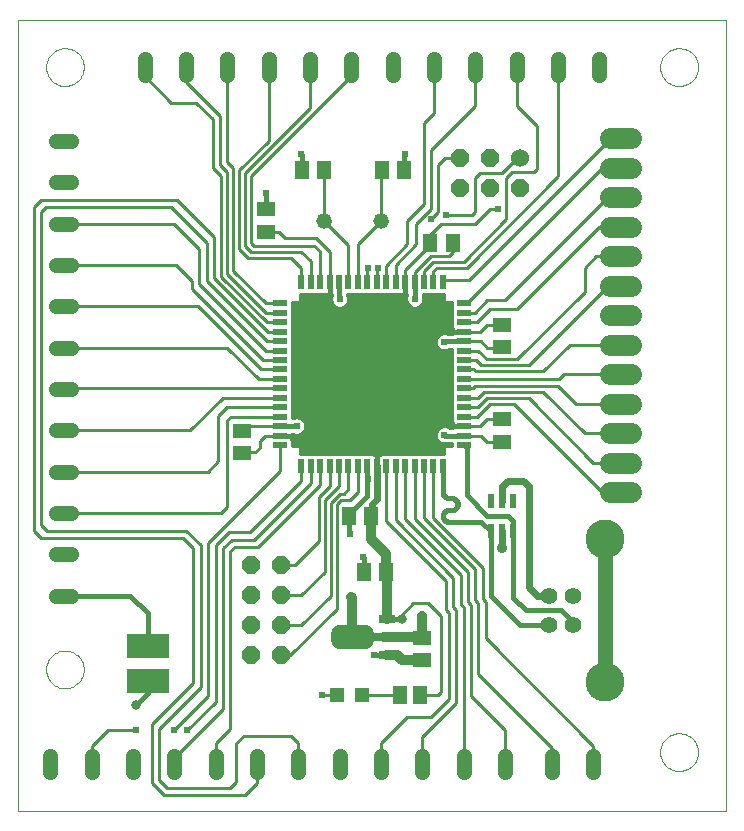
<source format=gtl>
G75*
%MOIN*%
%OFA0B0*%
%FSLAX24Y24*%
%IPPOS*%
%LPD*%
%AMOC8*
5,1,8,0,0,1.08239X$1,22.5*
%
%ADD10C,0.0000*%
%ADD11R,0.0220X0.0470*%
%ADD12R,0.0470X0.0220*%
%ADD13R,0.0551X0.0315*%
%ADD14R,0.0748X0.0315*%
%ADD15C,0.0600*%
%ADD16R,0.0591X0.0512*%
%ADD17R,0.0512X0.0591*%
%ADD18C,0.0520*%
%ADD19R,0.1437X0.0807*%
%ADD20C,0.0515*%
%ADD21C,0.0700*%
%ADD22C,0.0600*%
%ADD23OC8,0.0600*%
%ADD24C,0.0560*%
%ADD25C,0.1300*%
%ADD26R,0.0220X0.0500*%
%ADD27R,0.0472X0.0472*%
%ADD28C,0.0100*%
%ADD29C,0.0320*%
%ADD30C,0.0160*%
%ADD31C,0.0241*%
%ADD32C,0.0317*%
%ADD33C,0.0240*%
%ADD34C,0.0356*%
%ADD35C,0.0500*%
D10*
X000389Y000891D02*
X000389Y027269D01*
X024011Y027269D01*
X024011Y000891D01*
X000389Y000891D01*
X001333Y005615D02*
X001335Y005665D01*
X001341Y005715D01*
X001351Y005764D01*
X001365Y005812D01*
X001382Y005859D01*
X001403Y005904D01*
X001428Y005948D01*
X001456Y005989D01*
X001488Y006028D01*
X001522Y006065D01*
X001559Y006099D01*
X001599Y006129D01*
X001641Y006156D01*
X001685Y006180D01*
X001731Y006201D01*
X001778Y006217D01*
X001826Y006230D01*
X001876Y006239D01*
X001925Y006244D01*
X001976Y006245D01*
X002026Y006242D01*
X002075Y006235D01*
X002124Y006224D01*
X002172Y006209D01*
X002218Y006191D01*
X002263Y006169D01*
X002306Y006143D01*
X002347Y006114D01*
X002386Y006082D01*
X002422Y006047D01*
X002454Y006009D01*
X002484Y005969D01*
X002511Y005926D01*
X002534Y005882D01*
X002553Y005836D01*
X002569Y005788D01*
X002581Y005739D01*
X002589Y005690D01*
X002593Y005640D01*
X002593Y005590D01*
X002589Y005540D01*
X002581Y005491D01*
X002569Y005442D01*
X002553Y005394D01*
X002534Y005348D01*
X002511Y005304D01*
X002484Y005261D01*
X002454Y005221D01*
X002422Y005183D01*
X002386Y005148D01*
X002347Y005116D01*
X002306Y005087D01*
X002263Y005061D01*
X002218Y005039D01*
X002172Y005021D01*
X002124Y005006D01*
X002075Y004995D01*
X002026Y004988D01*
X001976Y004985D01*
X001925Y004986D01*
X001876Y004991D01*
X001826Y005000D01*
X001778Y005013D01*
X001731Y005029D01*
X001685Y005050D01*
X001641Y005074D01*
X001599Y005101D01*
X001559Y005131D01*
X001522Y005165D01*
X001488Y005202D01*
X001456Y005241D01*
X001428Y005282D01*
X001403Y005326D01*
X001382Y005371D01*
X001365Y005418D01*
X001351Y005466D01*
X001341Y005515D01*
X001335Y005565D01*
X001333Y005615D01*
X001333Y025694D02*
X001335Y025744D01*
X001341Y025794D01*
X001351Y025843D01*
X001365Y025891D01*
X001382Y025938D01*
X001403Y025983D01*
X001428Y026027D01*
X001456Y026068D01*
X001488Y026107D01*
X001522Y026144D01*
X001559Y026178D01*
X001599Y026208D01*
X001641Y026235D01*
X001685Y026259D01*
X001731Y026280D01*
X001778Y026296D01*
X001826Y026309D01*
X001876Y026318D01*
X001925Y026323D01*
X001976Y026324D01*
X002026Y026321D01*
X002075Y026314D01*
X002124Y026303D01*
X002172Y026288D01*
X002218Y026270D01*
X002263Y026248D01*
X002306Y026222D01*
X002347Y026193D01*
X002386Y026161D01*
X002422Y026126D01*
X002454Y026088D01*
X002484Y026048D01*
X002511Y026005D01*
X002534Y025961D01*
X002553Y025915D01*
X002569Y025867D01*
X002581Y025818D01*
X002589Y025769D01*
X002593Y025719D01*
X002593Y025669D01*
X002589Y025619D01*
X002581Y025570D01*
X002569Y025521D01*
X002553Y025473D01*
X002534Y025427D01*
X002511Y025383D01*
X002484Y025340D01*
X002454Y025300D01*
X002422Y025262D01*
X002386Y025227D01*
X002347Y025195D01*
X002306Y025166D01*
X002263Y025140D01*
X002218Y025118D01*
X002172Y025100D01*
X002124Y025085D01*
X002075Y025074D01*
X002026Y025067D01*
X001976Y025064D01*
X001925Y025065D01*
X001876Y025070D01*
X001826Y025079D01*
X001778Y025092D01*
X001731Y025108D01*
X001685Y025129D01*
X001641Y025153D01*
X001599Y025180D01*
X001559Y025210D01*
X001522Y025244D01*
X001488Y025281D01*
X001456Y025320D01*
X001428Y025361D01*
X001403Y025405D01*
X001382Y025450D01*
X001365Y025497D01*
X001351Y025545D01*
X001341Y025594D01*
X001335Y025644D01*
X001333Y025694D01*
X021806Y025694D02*
X021808Y025744D01*
X021814Y025794D01*
X021824Y025843D01*
X021838Y025891D01*
X021855Y025938D01*
X021876Y025983D01*
X021901Y026027D01*
X021929Y026068D01*
X021961Y026107D01*
X021995Y026144D01*
X022032Y026178D01*
X022072Y026208D01*
X022114Y026235D01*
X022158Y026259D01*
X022204Y026280D01*
X022251Y026296D01*
X022299Y026309D01*
X022349Y026318D01*
X022398Y026323D01*
X022449Y026324D01*
X022499Y026321D01*
X022548Y026314D01*
X022597Y026303D01*
X022645Y026288D01*
X022691Y026270D01*
X022736Y026248D01*
X022779Y026222D01*
X022820Y026193D01*
X022859Y026161D01*
X022895Y026126D01*
X022927Y026088D01*
X022957Y026048D01*
X022984Y026005D01*
X023007Y025961D01*
X023026Y025915D01*
X023042Y025867D01*
X023054Y025818D01*
X023062Y025769D01*
X023066Y025719D01*
X023066Y025669D01*
X023062Y025619D01*
X023054Y025570D01*
X023042Y025521D01*
X023026Y025473D01*
X023007Y025427D01*
X022984Y025383D01*
X022957Y025340D01*
X022927Y025300D01*
X022895Y025262D01*
X022859Y025227D01*
X022820Y025195D01*
X022779Y025166D01*
X022736Y025140D01*
X022691Y025118D01*
X022645Y025100D01*
X022597Y025085D01*
X022548Y025074D01*
X022499Y025067D01*
X022449Y025064D01*
X022398Y025065D01*
X022349Y025070D01*
X022299Y025079D01*
X022251Y025092D01*
X022204Y025108D01*
X022158Y025129D01*
X022114Y025153D01*
X022072Y025180D01*
X022032Y025210D01*
X021995Y025244D01*
X021961Y025281D01*
X021929Y025320D01*
X021901Y025361D01*
X021876Y025405D01*
X021855Y025450D01*
X021838Y025497D01*
X021824Y025545D01*
X021814Y025594D01*
X021808Y025644D01*
X021806Y025694D01*
X021806Y002859D02*
X021808Y002909D01*
X021814Y002959D01*
X021824Y003008D01*
X021838Y003056D01*
X021855Y003103D01*
X021876Y003148D01*
X021901Y003192D01*
X021929Y003233D01*
X021961Y003272D01*
X021995Y003309D01*
X022032Y003343D01*
X022072Y003373D01*
X022114Y003400D01*
X022158Y003424D01*
X022204Y003445D01*
X022251Y003461D01*
X022299Y003474D01*
X022349Y003483D01*
X022398Y003488D01*
X022449Y003489D01*
X022499Y003486D01*
X022548Y003479D01*
X022597Y003468D01*
X022645Y003453D01*
X022691Y003435D01*
X022736Y003413D01*
X022779Y003387D01*
X022820Y003358D01*
X022859Y003326D01*
X022895Y003291D01*
X022927Y003253D01*
X022957Y003213D01*
X022984Y003170D01*
X023007Y003126D01*
X023026Y003080D01*
X023042Y003032D01*
X023054Y002983D01*
X023062Y002934D01*
X023066Y002884D01*
X023066Y002834D01*
X023062Y002784D01*
X023054Y002735D01*
X023042Y002686D01*
X023026Y002638D01*
X023007Y002592D01*
X022984Y002548D01*
X022957Y002505D01*
X022927Y002465D01*
X022895Y002427D01*
X022859Y002392D01*
X022820Y002360D01*
X022779Y002331D01*
X022736Y002305D01*
X022691Y002283D01*
X022645Y002265D01*
X022597Y002250D01*
X022548Y002239D01*
X022499Y002232D01*
X022449Y002229D01*
X022398Y002230D01*
X022349Y002235D01*
X022299Y002244D01*
X022251Y002257D01*
X022204Y002273D01*
X022158Y002294D01*
X022114Y002318D01*
X022072Y002345D01*
X022032Y002375D01*
X021995Y002409D01*
X021961Y002446D01*
X021929Y002485D01*
X021901Y002526D01*
X021876Y002570D01*
X021855Y002615D01*
X021838Y002662D01*
X021824Y002710D01*
X021814Y002759D01*
X021808Y002809D01*
X021806Y002859D01*
D11*
X014562Y012387D03*
X014247Y012387D03*
X013932Y012387D03*
X013617Y012387D03*
X013302Y012387D03*
X012987Y012387D03*
X012672Y012387D03*
X012357Y012387D03*
X012042Y012387D03*
X011727Y012387D03*
X011412Y012387D03*
X011097Y012387D03*
X010782Y012387D03*
X010467Y012387D03*
X010152Y012387D03*
X009837Y012387D03*
X009837Y018528D03*
X010152Y018528D03*
X010467Y018528D03*
X010782Y018528D03*
X011097Y018528D03*
X011412Y018528D03*
X011727Y018528D03*
X012042Y018528D03*
X012357Y018528D03*
X012672Y018528D03*
X012987Y018528D03*
X013302Y018528D03*
X013617Y018528D03*
X013932Y018528D03*
X014247Y018528D03*
X014562Y018528D03*
D12*
X015270Y017820D03*
X015270Y017505D03*
X015270Y017190D03*
X015270Y016875D03*
X015270Y016560D03*
X015270Y016245D03*
X015270Y015930D03*
X015270Y015615D03*
X015270Y015300D03*
X015270Y014985D03*
X015270Y014670D03*
X015270Y014355D03*
X015270Y014040D03*
X015270Y013725D03*
X015270Y013410D03*
X015270Y013095D03*
X009129Y013095D03*
X009129Y013410D03*
X009129Y013725D03*
X009129Y014040D03*
X009129Y014355D03*
X009129Y014670D03*
X009129Y014985D03*
X009129Y015300D03*
X009129Y015615D03*
X009129Y015930D03*
X009129Y016245D03*
X009129Y016560D03*
X009129Y016875D03*
X009129Y017190D03*
X009129Y017505D03*
X009129Y017820D03*
D13*
X012684Y007288D03*
X012684Y006107D03*
D14*
X012584Y006698D03*
D15*
X011952Y006798D02*
X011952Y006598D01*
X011116Y006598D01*
X011116Y006798D01*
X011952Y006798D01*
D16*
X013873Y006678D03*
X013873Y005930D03*
X007869Y012820D03*
X007869Y013568D03*
X008656Y020202D03*
X008656Y020950D03*
X016530Y017111D03*
X016530Y016363D03*
X016530Y013961D03*
X016530Y013213D03*
D17*
X012672Y008863D03*
X011924Y008863D03*
X012180Y010733D03*
X011432Y010733D03*
X013144Y004778D03*
X013814Y004778D03*
X014139Y019837D03*
X014887Y019837D03*
X013263Y022249D03*
X012515Y022249D03*
X010605Y022249D03*
X009857Y022249D03*
D18*
X010610Y020576D03*
X012510Y020576D03*
D19*
X004719Y006402D03*
X004719Y005221D03*
D20*
X004227Y002723D02*
X004227Y002208D01*
X002849Y002208D02*
X002849Y002723D01*
X001471Y002723D02*
X001471Y002208D01*
X005605Y002208D02*
X005605Y002723D01*
X006983Y002723D02*
X006983Y002208D01*
X008361Y002208D02*
X008361Y002723D01*
X009739Y002723D02*
X009739Y002208D01*
X011117Y002208D02*
X011117Y002723D01*
X012495Y002723D02*
X012495Y002208D01*
X013873Y002208D02*
X013873Y002723D01*
X015251Y002723D02*
X015251Y002208D01*
X016629Y002208D02*
X016629Y002723D01*
X018204Y002723D02*
X018204Y002208D01*
X019581Y002208D02*
X019581Y002723D01*
X002172Y008076D02*
X001657Y008076D01*
X001657Y009454D02*
X002172Y009454D01*
X002172Y010831D02*
X001657Y010831D01*
X001657Y012209D02*
X002172Y012209D01*
X002172Y013587D02*
X001657Y013587D01*
X001657Y014965D02*
X002172Y014965D01*
X002172Y016343D02*
X001657Y016343D01*
X001657Y017721D02*
X002172Y017721D01*
X002172Y019099D02*
X001657Y019099D01*
X001657Y020477D02*
X002172Y020477D01*
X002172Y021855D02*
X001657Y021855D01*
X001657Y023233D02*
X002172Y023233D01*
X004621Y025436D02*
X004621Y025951D01*
X005999Y025951D02*
X005999Y025436D01*
X007377Y025436D02*
X007377Y025951D01*
X008755Y025951D02*
X008755Y025436D01*
X010133Y025436D02*
X010133Y025951D01*
X011511Y025951D02*
X011511Y025436D01*
X012889Y025436D02*
X012889Y025951D01*
X014267Y025951D02*
X014267Y025436D01*
X015644Y025436D02*
X015644Y025951D01*
X017022Y025951D02*
X017022Y025436D01*
X018400Y025436D02*
X018400Y025951D01*
X019778Y025951D02*
X019778Y025436D01*
D21*
X020117Y023331D02*
X020817Y023331D01*
X020817Y022347D02*
X020117Y022347D01*
X020117Y021363D02*
X020817Y021363D01*
X020817Y020379D02*
X020117Y020379D01*
X020117Y019394D02*
X020817Y019394D01*
X020817Y018410D02*
X020117Y018410D01*
X020117Y017426D02*
X020817Y017426D01*
X020817Y016442D02*
X020117Y016442D01*
X020117Y015457D02*
X020817Y015457D01*
X020817Y014473D02*
X020117Y014473D01*
X020117Y013489D02*
X020817Y013489D01*
X020817Y012505D02*
X020117Y012505D01*
X020117Y011520D02*
X020817Y011520D01*
D22*
X017137Y022650D03*
D23*
X017137Y021650D03*
X016137Y021650D03*
X015137Y021650D03*
X015137Y022650D03*
X016137Y022650D03*
X009156Y009083D03*
X009156Y008083D03*
X009156Y007083D03*
X009156Y006083D03*
X008156Y006083D03*
X008156Y007083D03*
X008156Y008083D03*
X008156Y009083D03*
D24*
X018113Y008076D03*
X018893Y008076D03*
X018893Y007091D03*
X018113Y007091D03*
D25*
X019963Y005213D03*
X019963Y009953D03*
D26*
X016900Y010223D03*
X016530Y010223D03*
X016160Y010223D03*
X016160Y011243D03*
X016530Y011243D03*
X016900Y011243D03*
D27*
X011875Y004778D03*
X011048Y004778D03*
D28*
X010526Y004778D01*
X009469Y006083D02*
X009156Y006083D01*
X009469Y006083D02*
X011019Y007633D01*
X011019Y011127D01*
X011166Y011274D01*
X011461Y011274D01*
X011727Y011540D01*
X011727Y012387D01*
X011412Y012387D02*
X011412Y011619D01*
X011265Y011471D01*
X011117Y011471D01*
X010822Y011176D01*
X010822Y008076D01*
X009830Y007083D01*
X009156Y007083D01*
X009156Y008083D02*
X009845Y008083D01*
X010625Y008863D01*
X010625Y011274D01*
X011097Y011747D01*
X011097Y012387D01*
X010782Y012387D02*
X010782Y011727D01*
X010428Y011373D01*
X010428Y009896D01*
X009615Y009083D01*
X009156Y009083D01*
X008410Y009700D02*
X007623Y009700D01*
X007475Y009552D01*
X007475Y003646D01*
X006983Y003154D01*
X006983Y002465D01*
X007672Y001875D02*
X007475Y001678D01*
X005359Y001678D01*
X005113Y001924D01*
X005113Y003646D01*
X006491Y005024D01*
X006491Y009749D01*
X005999Y010241D01*
X001373Y010241D01*
X001176Y010438D01*
X001176Y020871D01*
X001324Y021019D01*
X005507Y021019D01*
X006688Y019837D01*
X006688Y018558D01*
X008686Y016560D01*
X009129Y016560D01*
X009129Y016875D02*
X008715Y016875D01*
X006934Y018656D01*
X006934Y020034D01*
X005704Y021265D01*
X001176Y021265D01*
X000930Y021019D01*
X000930Y010241D01*
X001176Y009995D01*
X005900Y009995D01*
X006245Y009650D01*
X006245Y005172D01*
X004867Y003794D01*
X004867Y001826D01*
X005261Y001432D01*
X007967Y001432D01*
X008361Y001826D01*
X008361Y002465D01*
X007672Y001875D02*
X007672Y003154D01*
X007918Y003400D01*
X009493Y003400D01*
X009739Y003154D01*
X009739Y002465D01*
X011875Y004778D02*
X013144Y004778D01*
X013814Y004778D02*
X014414Y004778D01*
X014513Y004877D01*
X014513Y007387D01*
X014070Y007830D01*
X013578Y007830D01*
X013184Y007436D01*
X013184Y007288D01*
X014660Y007583D02*
X014759Y007485D01*
X014759Y004631D01*
X014168Y004040D01*
X013381Y004040D01*
X012495Y003154D01*
X012495Y002465D01*
X013873Y002465D02*
X013873Y003351D01*
X015005Y004483D01*
X015005Y007583D01*
X014906Y007682D01*
X014906Y008666D01*
X012987Y010585D01*
X012987Y012387D01*
X012672Y012387D02*
X012672Y010556D01*
X014660Y008568D01*
X014660Y007583D01*
X015152Y007780D02*
X015251Y007682D01*
X015251Y002465D01*
X016629Y002465D02*
X016629Y003597D01*
X015497Y004729D01*
X015497Y007780D01*
X015398Y007879D01*
X015398Y008863D01*
X013617Y010644D01*
X013617Y012387D01*
X013932Y012387D02*
X013932Y010674D01*
X015644Y008961D01*
X015644Y007928D01*
X015743Y007830D01*
X015743Y005467D01*
X018204Y003007D01*
X018204Y002465D01*
X019581Y002465D02*
X019581Y003056D01*
X015989Y006648D01*
X015989Y007879D01*
X015891Y007977D01*
X015891Y009011D01*
X014247Y010654D01*
X014247Y012387D01*
X013302Y012387D02*
X013302Y010615D01*
X015152Y008765D01*
X015152Y007780D01*
X019581Y012505D02*
X020467Y012505D01*
X019581Y012505D02*
X017416Y014670D01*
X016038Y014670D01*
X015723Y014355D01*
X015270Y014355D01*
X015270Y014040D02*
X015704Y014040D01*
X016137Y014473D01*
X016924Y014473D01*
X019877Y011520D01*
X020467Y011520D01*
X020467Y013489D02*
X019286Y013489D01*
X017908Y014867D01*
X015940Y014867D01*
X015743Y014670D01*
X015270Y014670D01*
X015270Y014985D02*
X015566Y014985D01*
X015644Y015064D01*
X018400Y015064D01*
X018991Y014473D01*
X020467Y014473D01*
X020467Y015457D02*
X018597Y015457D01*
X018440Y015300D01*
X015270Y015300D01*
X015270Y015615D02*
X015585Y015615D01*
X015644Y015556D01*
X017908Y015556D01*
X018794Y016442D01*
X020467Y016442D01*
X020467Y018410D02*
X020074Y018410D01*
X017416Y015753D01*
X015841Y015753D01*
X015664Y015930D01*
X015270Y015930D01*
X015270Y016245D02*
X015743Y016245D01*
X016038Y015950D01*
X017022Y015950D01*
X019286Y018213D01*
X019286Y019001D01*
X019680Y019394D01*
X020467Y019394D01*
X020467Y020379D02*
X019778Y020379D01*
X017022Y017623D01*
X016137Y017623D01*
X015704Y017190D01*
X015270Y017190D01*
X015270Y017505D02*
X015625Y017505D01*
X016038Y017918D01*
X016629Y017918D01*
X020074Y021363D01*
X020467Y021363D01*
X020467Y022347D02*
X019877Y022347D01*
X015349Y017820D01*
X015448Y018607D02*
X014641Y018607D01*
X014562Y018528D01*
X014247Y018528D02*
X014247Y018883D01*
X014365Y019001D01*
X015349Y019001D01*
X018400Y022052D01*
X018400Y025694D01*
X017022Y025694D02*
X017022Y024414D01*
X017711Y023725D01*
X017711Y022298D01*
X017613Y022200D01*
X016875Y022200D01*
X016678Y022003D01*
X016678Y020625D01*
X015251Y019198D01*
X014217Y019198D01*
X013932Y018912D01*
X013932Y018528D01*
X013627Y018538D02*
X013627Y018853D01*
X014168Y019394D01*
X014759Y019394D01*
X014887Y019522D01*
X014887Y019837D01*
X014513Y020477D02*
X015644Y020477D01*
X016137Y020969D01*
X016383Y020969D01*
X015644Y020871D02*
X015546Y020772D01*
X014660Y020772D01*
X014414Y020871D02*
X014168Y020625D01*
X014168Y020969D02*
X014168Y022938D01*
X015644Y024414D01*
X015644Y025694D01*
X014267Y025694D02*
X014267Y024168D01*
X013922Y023824D01*
X013922Y021117D01*
X013381Y020576D01*
X013381Y019788D01*
X012672Y019080D01*
X012672Y018528D01*
X012987Y018528D02*
X012987Y019099D01*
X013676Y019788D01*
X013676Y020477D01*
X014168Y020969D01*
X014414Y020871D02*
X014414Y022446D01*
X014619Y022650D01*
X015137Y022650D01*
X015644Y022003D02*
X015644Y020871D01*
X015644Y022003D02*
X015792Y022150D01*
X016530Y022150D01*
X017030Y022650D01*
X017137Y022650D01*
X014513Y020477D02*
X014139Y020103D01*
X014139Y019837D01*
X014139Y019759D01*
X013302Y018922D01*
X013302Y018528D01*
X013617Y018528D02*
X013627Y018538D01*
X012396Y019001D02*
X012357Y018961D01*
X012357Y018528D01*
X012042Y018528D02*
X012042Y018991D01*
X012052Y019001D01*
X011727Y018528D02*
X011727Y019793D01*
X012510Y020576D01*
X012510Y022244D01*
X012515Y022249D01*
X010610Y022244D02*
X010610Y020576D01*
X011412Y019773D01*
X011412Y018528D01*
X010782Y018528D02*
X010782Y019532D01*
X010330Y019985D01*
X009296Y019985D01*
X009099Y020182D01*
X008676Y020182D01*
X008656Y020202D01*
X008263Y019739D02*
X008164Y019837D01*
X008164Y022052D01*
X011412Y025300D01*
X011412Y025595D01*
X011511Y025694D01*
X010133Y025694D02*
X010133Y024316D01*
X007967Y022150D01*
X007967Y019739D01*
X008164Y019542D01*
X009837Y019542D01*
X010152Y019227D01*
X010152Y018528D01*
X009837Y018528D02*
X009837Y019001D01*
X009493Y019345D01*
X008066Y019345D01*
X007770Y019641D01*
X007770Y022249D01*
X008755Y023233D01*
X008755Y025694D01*
X007377Y025694D02*
X007377Y022544D01*
X007574Y022347D01*
X007574Y018902D01*
X008656Y017820D01*
X009129Y017820D01*
X009129Y017505D02*
X008676Y017505D01*
X007377Y018804D01*
X007377Y022200D01*
X007131Y022446D01*
X007131Y024070D01*
X005999Y025202D01*
X005999Y025694D01*
X006343Y024513D02*
X005507Y024513D01*
X004621Y025398D01*
X004621Y025694D01*
X006343Y024513D02*
X006885Y023971D01*
X006885Y022347D01*
X007180Y022052D01*
X007180Y018706D01*
X008696Y017190D01*
X009129Y017190D01*
X009129Y016245D02*
X008656Y016245D01*
X006442Y018459D01*
X006442Y019641D01*
X005605Y020477D01*
X001914Y020477D01*
X001914Y019099D02*
X005654Y019099D01*
X006196Y018558D01*
X006196Y018312D01*
X008578Y015930D01*
X009129Y015930D01*
X009129Y015615D02*
X008499Y015615D01*
X006393Y017721D01*
X001914Y017721D01*
X001914Y016343D02*
X007377Y016343D01*
X008420Y015300D01*
X009129Y015300D01*
X009129Y014985D02*
X001934Y014985D01*
X001914Y014965D01*
X001914Y013587D02*
X006146Y013587D01*
X007229Y014670D01*
X009129Y014670D01*
X009129Y014355D02*
X007357Y014355D01*
X007081Y014080D01*
X007081Y012554D01*
X006737Y012209D01*
X001914Y012209D01*
X001914Y010831D02*
X007180Y010831D01*
X007377Y011028D01*
X007377Y013932D01*
X007485Y014040D01*
X009129Y014040D01*
X009129Y013725D02*
X008026Y013725D01*
X007869Y013568D01*
X008459Y013243D02*
X008459Y012997D01*
X008312Y012849D01*
X007898Y012849D01*
X007869Y012820D01*
X008459Y013243D02*
X008627Y013410D01*
X009129Y013410D01*
X009129Y013095D02*
X009129Y012239D01*
X006737Y009847D01*
X006737Y004729D01*
X005605Y003597D01*
X006048Y003597D02*
X006983Y004532D01*
X006983Y009749D01*
X007426Y010192D01*
X008115Y010192D01*
X009837Y011914D01*
X009837Y012387D01*
X010152Y012387D02*
X010152Y011835D01*
X008263Y009946D01*
X007524Y009946D01*
X007229Y009650D01*
X007229Y004286D01*
X005605Y002662D01*
X005605Y002465D01*
X004326Y003597D02*
X003391Y003597D01*
X002849Y003056D01*
X002849Y002465D01*
X008410Y009700D02*
X010467Y011757D01*
X010467Y012387D01*
X015270Y013410D02*
X015822Y013410D01*
X016019Y013213D01*
X016530Y013213D01*
X016530Y013961D02*
X016019Y013961D01*
X015782Y013725D01*
X015270Y013725D01*
X016038Y016343D02*
X016511Y016343D01*
X016530Y016363D01*
X016038Y016343D02*
X015822Y016560D01*
X015270Y016560D01*
X015270Y016875D02*
X015782Y016875D01*
X016019Y017111D01*
X016530Y017111D01*
X015448Y018607D02*
X020172Y023331D01*
X020467Y023331D01*
X010610Y022244D02*
X010605Y022249D01*
X010280Y019739D02*
X008263Y019739D01*
X010280Y019739D02*
X010467Y019552D01*
X010467Y018528D01*
D29*
X012180Y010733D02*
X012180Y009965D01*
X012672Y009473D01*
X012672Y008863D01*
X012684Y008851D01*
X012684Y007288D01*
X012584Y006698D02*
X013853Y006698D01*
X013873Y006678D01*
X013873Y007387D01*
X013036Y006107D02*
X012685Y006107D01*
X012684Y006107D01*
X013036Y006107D02*
X013213Y005930D01*
X013873Y005930D01*
X011534Y006698D02*
X011534Y008003D01*
X011511Y008026D01*
D30*
X011924Y008863D02*
X011924Y009335D01*
X011904Y009355D01*
X011461Y010143D02*
X011432Y010172D01*
X011432Y010733D01*
X011432Y010802D01*
X012042Y011412D01*
X012042Y012387D01*
X012357Y012387D02*
X012357Y012802D01*
X012255Y012802D01*
X012235Y012822D01*
X009837Y012822D01*
X009837Y013095D01*
X014562Y013095D01*
X014562Y012822D01*
X012479Y012822D01*
X012459Y012802D01*
X012357Y012802D01*
X012357Y012387D01*
X012357Y012387D01*
X012357Y012461D02*
X012357Y012461D01*
X012357Y012620D02*
X012357Y012620D01*
X012357Y012778D02*
X012357Y012778D01*
X014290Y013376D02*
X014339Y013258D01*
X014429Y013168D01*
X014547Y013119D01*
X014675Y013119D01*
X014702Y013130D01*
X014835Y013130D01*
X014835Y013095D01*
X014562Y013095D01*
X014562Y012937D02*
X009837Y012937D01*
X009837Y013095D02*
X009564Y013095D01*
X009564Y013288D01*
X009544Y013308D01*
X009544Y013410D01*
X009129Y013410D01*
X009129Y013410D01*
X009544Y013410D01*
X009544Y013445D01*
X009551Y013445D01*
X009626Y013414D01*
X009754Y013414D01*
X009871Y013463D01*
X009962Y013553D01*
X010010Y013671D01*
X010010Y013799D01*
X009962Y013917D01*
X009871Y014007D01*
X009754Y014056D01*
X009626Y014056D01*
X009564Y014030D01*
X009564Y017820D01*
X009837Y017820D01*
X009837Y018093D01*
X010660Y018093D01*
X010680Y018113D01*
X010782Y018113D01*
X010782Y018528D01*
X010782Y018528D01*
X010782Y018113D01*
X010817Y018113D01*
X010817Y018082D01*
X010796Y018031D01*
X010796Y017904D01*
X010845Y017786D01*
X010935Y017695D01*
X011053Y017647D01*
X011181Y017647D01*
X011299Y017695D01*
X011389Y017786D01*
X011438Y017904D01*
X011438Y018031D01*
X011412Y018093D01*
X013180Y018093D01*
X013200Y018113D01*
X013302Y018113D01*
X013337Y018113D01*
X013337Y018106D01*
X013306Y018031D01*
X013306Y017904D01*
X013355Y017786D01*
X013445Y017695D01*
X013563Y017647D01*
X013691Y017647D01*
X013808Y017695D01*
X013899Y017786D01*
X013947Y017904D01*
X013947Y018031D01*
X013922Y018093D01*
X014562Y018093D01*
X014562Y017820D01*
X014835Y017820D01*
X014835Y016997D01*
X014855Y016977D01*
X014855Y016875D01*
X015270Y016875D01*
X015270Y016875D01*
X014855Y016875D01*
X014855Y016840D01*
X014726Y016840D01*
X014675Y016861D01*
X014547Y016861D01*
X014429Y016812D01*
X014339Y016722D01*
X014290Y016604D01*
X014290Y016476D01*
X014339Y016358D01*
X014429Y016268D01*
X014547Y016219D01*
X014675Y016219D01*
X014793Y016268D01*
X014804Y016280D01*
X014835Y016280D01*
X014835Y013847D01*
X014855Y013827D01*
X014855Y013725D01*
X014855Y013690D01*
X014814Y013690D01*
X014793Y013712D01*
X014675Y013760D01*
X014547Y013760D01*
X014429Y013712D01*
X014339Y013621D01*
X014290Y013504D01*
X014290Y013376D01*
X014290Y013412D02*
X009544Y013412D01*
X009564Y013254D02*
X014344Y013254D01*
X014318Y013571D02*
X009969Y013571D01*
X010010Y013729D02*
X014471Y013729D01*
X014751Y013729D02*
X014855Y013729D01*
X014855Y013725D02*
X015270Y013725D01*
X014855Y013725D01*
X014835Y013888D02*
X009974Y013888D01*
X009777Y014046D02*
X014835Y014046D01*
X014835Y014205D02*
X009564Y014205D01*
X009564Y014363D02*
X014835Y014363D01*
X014835Y014522D02*
X009564Y014522D01*
X009564Y014680D02*
X014835Y014680D01*
X014835Y014839D02*
X009564Y014839D01*
X009564Y014997D02*
X014835Y014997D01*
X014835Y015156D02*
X009564Y015156D01*
X009564Y015314D02*
X014835Y015314D01*
X014835Y015473D02*
X009564Y015473D01*
X009564Y015631D02*
X014835Y015631D01*
X014835Y015790D02*
X009564Y015790D01*
X009564Y015948D02*
X014835Y015948D01*
X014835Y016107D02*
X009564Y016107D01*
X009564Y016265D02*
X014437Y016265D01*
X014312Y016424D02*
X009564Y016424D01*
X009564Y016582D02*
X014290Y016582D01*
X014358Y016741D02*
X009564Y016741D01*
X009564Y016899D02*
X014855Y016899D01*
X014835Y017058D02*
X009564Y017058D01*
X009564Y017216D02*
X014835Y017216D01*
X014835Y017375D02*
X009564Y017375D01*
X009564Y017533D02*
X014835Y017533D01*
X014835Y017692D02*
X013799Y017692D01*
X013925Y017850D02*
X014562Y017850D01*
X014562Y018009D02*
X013947Y018009D01*
X013627Y017967D02*
X013617Y017977D01*
X013617Y018528D01*
X013302Y018528D02*
X013302Y018113D01*
X013302Y018528D01*
X013302Y018528D01*
X013302Y018484D02*
X013302Y018484D01*
X013302Y018326D02*
X013302Y018326D01*
X013302Y018167D02*
X013302Y018167D01*
X013306Y018009D02*
X011438Y018009D01*
X011415Y017850D02*
X013328Y017850D01*
X013454Y017692D02*
X011289Y017692D01*
X011117Y017967D02*
X011097Y017987D01*
X011097Y018528D01*
X010782Y018484D02*
X010782Y018484D01*
X010782Y018326D02*
X010782Y018326D01*
X010782Y018167D02*
X010782Y018167D01*
X010796Y018009D02*
X009837Y018009D01*
X009837Y017850D02*
X010818Y017850D01*
X010945Y017692D02*
X009564Y017692D01*
X008656Y020950D02*
X008656Y021511D01*
X009857Y022249D02*
X009857Y022770D01*
X009837Y022790D01*
X013263Y022770D02*
X013263Y022249D01*
X013263Y022770D02*
X013282Y022790D01*
X015270Y017820D02*
X015349Y017820D01*
X015270Y016560D02*
X014631Y016560D01*
X014611Y016540D01*
X014785Y016265D02*
X014835Y016265D01*
X015270Y013725D02*
X015270Y013725D01*
X015270Y013410D02*
X014641Y013410D01*
X014611Y013440D01*
X015270Y013095D02*
X015349Y013017D01*
X015349Y011422D01*
X016038Y010733D01*
X016727Y010733D01*
X016900Y010560D01*
X016900Y010223D01*
X016900Y008001D01*
X017318Y007583D01*
X018499Y007583D01*
X018893Y007190D01*
X018893Y007091D01*
X018113Y007091D02*
X017121Y007091D01*
X016160Y008052D01*
X016160Y010223D01*
X015847Y010536D01*
X014759Y010536D01*
X014733Y010538D01*
X014708Y010543D01*
X014684Y010551D01*
X014661Y010562D01*
X014639Y010577D01*
X014620Y010594D01*
X014603Y010613D01*
X014588Y010635D01*
X014577Y010658D01*
X014569Y010682D01*
X014564Y010707D01*
X014562Y010733D01*
X014564Y010759D01*
X014569Y010784D01*
X014577Y010808D01*
X014588Y010832D01*
X014603Y010853D01*
X014620Y010872D01*
X014639Y010889D01*
X014661Y010904D01*
X014684Y010915D01*
X014708Y010923D01*
X014733Y010928D01*
X014759Y010930D01*
X014857Y010930D01*
X014883Y010932D01*
X014908Y010937D01*
X014932Y010945D01*
X014956Y010956D01*
X014977Y010971D01*
X014996Y010988D01*
X015013Y011007D01*
X015028Y011029D01*
X015039Y011052D01*
X015047Y011076D01*
X015052Y011101D01*
X015054Y011127D01*
X015052Y011153D01*
X015047Y011178D01*
X015039Y011202D01*
X015028Y011226D01*
X015013Y011247D01*
X014996Y011266D01*
X014977Y011283D01*
X014956Y011298D01*
X014932Y011309D01*
X014908Y011317D01*
X014883Y011322D01*
X014857Y011324D01*
X014759Y011324D01*
X014759Y011323D02*
X014733Y011325D01*
X014708Y011330D01*
X014684Y011338D01*
X014661Y011349D01*
X014639Y011364D01*
X014620Y011381D01*
X014603Y011400D01*
X014588Y011422D01*
X014577Y011445D01*
X014569Y011469D01*
X014564Y011494D01*
X014562Y011520D01*
X014562Y012387D01*
X013184Y007288D02*
X013183Y007288D01*
X012684Y007288D01*
X012685Y006107D02*
X012249Y006107D01*
X009680Y013725D02*
X009129Y013725D01*
X009564Y014046D02*
X009603Y014046D01*
X009690Y013735D02*
X009680Y013725D01*
X004129Y008076D02*
X004719Y007485D01*
X004719Y006402D01*
X004719Y005221D02*
X004719Y004828D01*
X004326Y004434D01*
X004129Y008076D02*
X001914Y008076D01*
D31*
X004326Y003597D03*
X005605Y003597D03*
X006048Y003597D03*
X010526Y004778D03*
X012249Y006107D03*
X011904Y009355D03*
X011461Y010143D03*
X012052Y011963D03*
X009690Y013735D03*
X011117Y017967D03*
X012052Y019001D03*
X012396Y019001D03*
X013627Y017967D03*
X014611Y016540D03*
X014611Y013440D03*
X014168Y020625D03*
X014660Y020772D03*
X016383Y020969D03*
X013282Y022790D03*
X009837Y022790D03*
X008656Y021511D03*
D32*
X011511Y008026D03*
X013184Y007288D03*
X013873Y007387D03*
X004326Y004434D03*
D33*
X012180Y010733D02*
X012200Y010753D01*
X012200Y011127D01*
X012357Y011284D01*
X012357Y012387D01*
X016530Y011717D02*
X016530Y011243D01*
X016530Y011717D02*
X016727Y011914D01*
X017219Y011914D01*
X017416Y011717D01*
X017416Y008371D01*
X017711Y008076D01*
X018113Y008076D01*
X016530Y009650D02*
X016530Y010223D01*
D34*
X016530Y009650D03*
D35*
X019963Y009953D02*
X019963Y005213D01*
M02*

</source>
